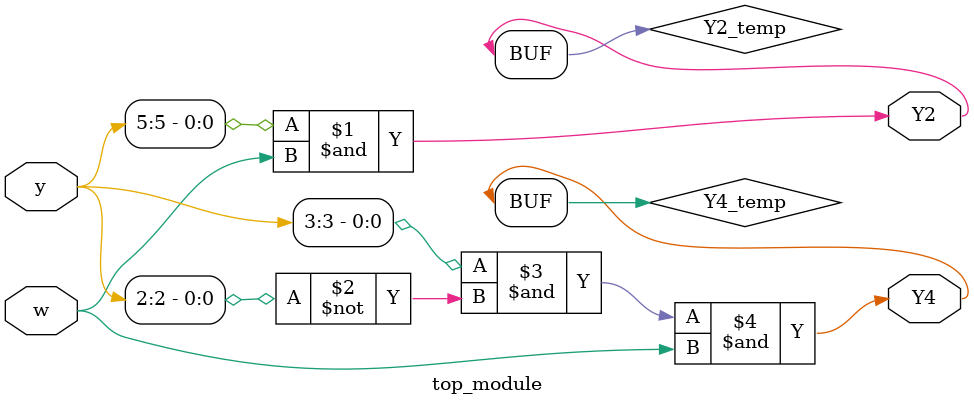
<source format=sv>
module top_module (
    input [6:1] y,
    input w,
    output Y2,
    output Y4
);

    wire Y2_temp, Y4_temp;

    assign Y2_temp = y[5] & w;
    assign Y4_temp = y[3] & ~y[2] & w;

    assign Y2 = Y2_temp;
    assign Y4 = Y4_temp;

endmodule

</source>
